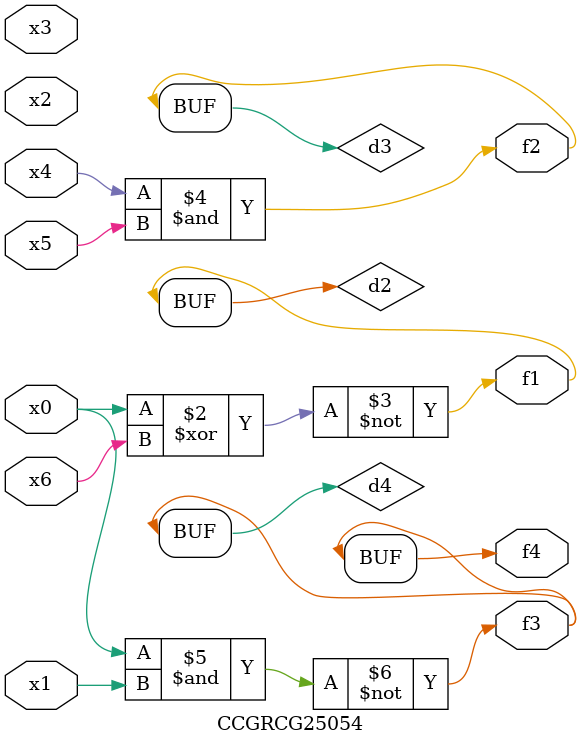
<source format=v>
module CCGRCG25054(
	input x0, x1, x2, x3, x4, x5, x6,
	output f1, f2, f3, f4
);

	wire d1, d2, d3, d4;

	nor (d1, x0);
	xnor (d2, x0, x6);
	and (d3, x4, x5);
	nand (d4, x0, x1);
	assign f1 = d2;
	assign f2 = d3;
	assign f3 = d4;
	assign f4 = d4;
endmodule

</source>
